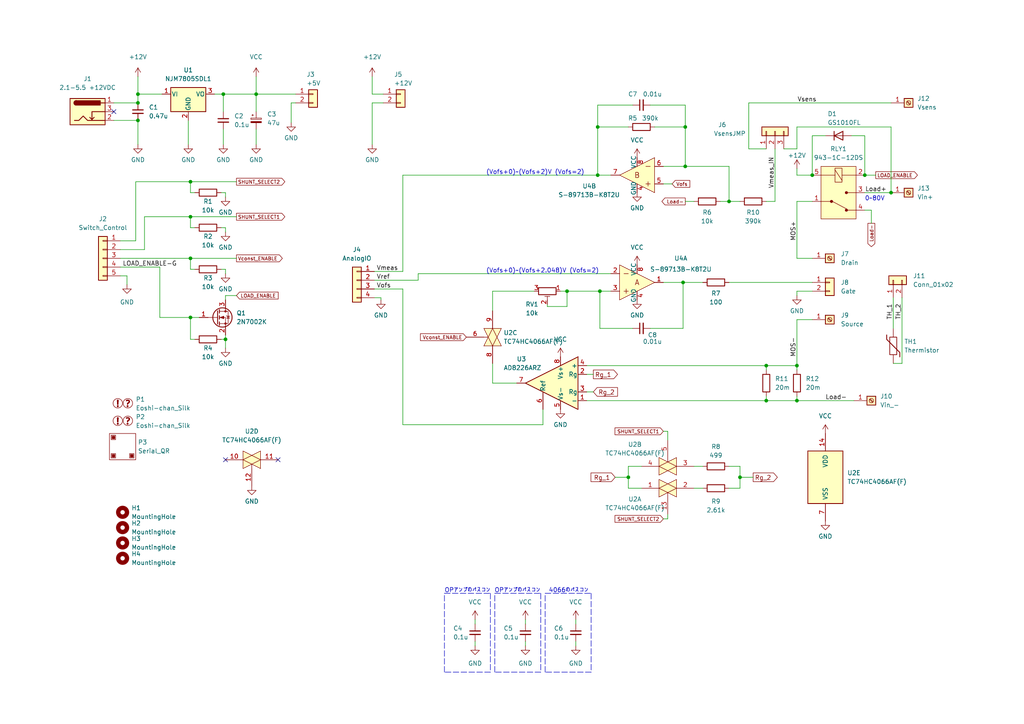
<source format=kicad_sch>
(kicad_sch (version 20250114) (generator "eeschema") (generator_version "9.0")
  (paper "A4")
  (lib_symbols
    (symbol "4xxx:4066" (pin_names (offset 1.016))
      (property "Reference" "U" (at -7.62 8.89 0))
      (property "Value" "4066" (at -7.62 -8.89 0))
      (symbol "4066_1_0"
        (pin passive line (at -7.62 0 0) (length 5.08) (name "~") (number "1"))
        (pin input line (at 0 7.62 270) (length 5.08) (name "~") (number "13"))
        (pin passive line (at 7.62 0 180) (length 5.08) (name "~") (number "2"))
      )
      (symbol "4066_2_0"
        (pin passive line (at -7.62 0 0) (length 5.08) (name "~") (number "4"))
        (pin input line (at 0 7.62 270) (length 5.08) (name "~") (number "5"))
        (pin passive line (at 7.62 0 180) (length 5.08) (name "~") (number "3"))
      )
      (symbol "4066_3_0"
        (pin passive line (at -7.62 0 0) (length 5.08) (name "~") (number "8"))
        (pin input line (at 0 7.62 270) (length 5.08) (name "~") (number "6"))
        (pin passive line (at 7.62 0 180) (length 5.08) (name "~") (number "9"))
      )
      (symbol "4066_4_0"
        (pin passive line (at -7.62 0 0) (length 5.08) (name "~") (number "11"))
        (pin input line (at 0 7.62 270) (length 5.08) (name "~") (number "12"))
        (pin passive line (at 7.62 0 180) (length 5.08) (name "~") (number "10"))
      )
      (symbol "4066_5_0"
        (pin power_in line (at 0 12.7 270) (length 5.08) (name "VDD") (number "14"))
        (pin power_in line (at 0 -12.7 90) (length 5.08) (name "VSS") (number "7"))
      )
    )
    (symbol "Akizuki_Relay:Relay_1_C" (pin_names (offset 0) (hide yes))
      (property "Reference" "RLY" (at -8.636 6.858 0))
      (property "Value" "Relay_1_C" (at -8.89 5.08 90))
      (symbol "Relay_1_C_1_1"
        (pin passive line (at -5.08 7.62 270) (length 2.54) (name "COIL") (number "2"))
        (pin passive line (at -5.08 -7.62 90) (length 2.54) (name "COIL") (number "5"))
        (pin passive line (at 0 7.62 270) (length 2.54) (name "NO") (number "3"))
        (pin passive line (at 2.54 -7.62 90) (length 2.54) (name "COM") (number "1"))
        (pin passive line (at 5.08 7.62 270) (length 2.54) (name "NC") (number "4"))
      )
    )
    (symbol "Amplifier_Instrumentation:AD8421" (pin_names (offset 0.127))
      (property "Reference" "U3" (at -7.62 7.62 0))
      (property "Value" "AD8226ARZ" (at -11.43 5.08 0))
      (symbol "AD8421_1_1"
        (pin input line (at -10.16 5.08 0) (length 2.54) (name "+") (number "4"))
        (pin passive line (at -10.16 2.54 0) (length 2.54) (name "Rg") (number "2"))
        (pin passive line (at -10.16 -2.54 0) (length 2.54) (name "Rg") (number "3"))
        (pin input line (at -10.16 -5.08 0) (length 2.54) (name "-") (number "1"))
        (pin power_in line (at -2.54 7.62 270) (length 2.54) (name "Vs+") (number "8"))
        (pin power_in line (at -2.54 -7.62 90) (length 2.54) (name "Vs-") (number "5"))
        (pin passive line (at 2.54 -7.62 90) (length 5.08) (name "Ref") (number "6"))
        (pin output line (at 10.16 0 180) (length 2.54) (name "~") (number "7"))
      )
    )
    (symbol "Connector:Barrel_Jack_Switch_Pin3Ring" (pin_names (hide yes))
      (property "Reference" "J2" (at 0 9.525 0))
      (property "Value" "2.1-5.5 DC" (at 0 6.985 0))
      (symbol "Barrel_Jack_Switch_Pin3Ring_1_1"
        (pin passive line (at 7.62 2.54 180) (length 2.54) (name "~") (number "1"))
        (pin passive line (at 7.62 0 180) (length 2.54) (name "~") (number "3"))
        (pin passive line (at 7.62 -2.54 180) (length 2.54) (name "~") (number "2"))
      )
    )
    (symbol "Connector:Screw_Terminal_01x01" (pin_names (offset 1.016) (hide yes))
      (property "Reference" "J" (at 0 2.54 0))
      (property "Value" "Screw_Terminal_01x01" (at 0 -2.54 0))
      (symbol "Screw_Terminal_01x01_1_1"
        (pin passive line (at -5.08 0 0) (length 3.81) (name "Pin_1") (number "1"))
      )
    )
    (symbol "Connector_Generic:Conn_01x02" (pin_names (offset 1.016) (hide yes))
      (property "Reference" "J" (at 0 2.54 0))
      (property "Value" "Conn_01x02" (at 0 -5.08 0))
      (symbol "Conn_01x02_1_1"
        (pin passive line (at -5.08 0 0) (length 3.81) (name "Pin_1") (number "1"))
        (pin passive line (at -5.08 -2.54 0) (length 3.81) (name "Pin_2") (number "2"))
      )
    )
    (symbol "Connector_Generic:Conn_01x03" (pin_names (offset 1.016) (hide yes))
      (property "Reference" "J" (at 0 5.08 0))
      (property "Value" "Conn_01x03" (at 0 -5.08 0))
      (symbol "Conn_01x03_1_1"
        (pin passive line (at -5.08 2.54 0) (length 3.81) (name "Pin_1") (number "1"))
        (pin passive line (at -5.08 0 0) (length 3.81) (name "Pin_2") (number "2"))
        (pin passive line (at -5.08 -2.54 0) (length 3.81) (name "Pin_3") (number "3"))
      )
    )
    (symbol "Connector_Generic:Conn_01x04" (pin_names (offset 1.016) (hide yes))
      (property "Reference" "J" (at 0 5.08 0))
      (property "Value" "Conn_01x04" (at 0 -7.62 0))
      (symbol "Conn_01x04_1_1"
        (pin passive line (at -5.08 2.54 0) (length 3.81) (name "Pin_1") (number "1"))
        (pin passive line (at -5.08 0 0) (length 3.81) (name "Pin_2") (number "2"))
        (pin passive line (at -5.08 -2.54 0) (length 3.81) (name "Pin_3") (number "3"))
        (pin passive line (at -5.08 -5.08 0) (length 3.81) (name "Pin_4") (number "4"))
      )
    )
    (symbol "Connector_Generic:Conn_01x05" (pin_names (offset 1.016) (hide yes))
      (property "Reference" "J" (at 0 7.62 0))
      (property "Value" "Conn_01x05" (at 0 -7.62 0))
      (symbol "Conn_01x05_1_1"
        (pin passive line (at -5.08 5.08 0) (length 3.81) (name "Pin_1") (number "1"))
        (pin passive line (at -5.08 2.54 0) (length 3.81) (name "Pin_2") (number "2"))
        (pin passive line (at -5.08 0 0) (length 3.81) (name "Pin_3") (number "3"))
        (pin passive line (at -5.08 -2.54 0) (length 3.81) (name "Pin_4") (number "4"))
        (pin passive line (at -5.08 -5.08 0) (length 3.81) (name "Pin_5") (number "5"))
      )
    )
    (symbol "Device:C_Polarized_Small" (pin_numbers (hide yes)) (pin_names (offset 0.254) (hide yes))
      (property "Reference" "C" (at 0.254 1.778 0))
      (property "Value" "C_Polarized_Small" (at 0.254 -2.032 0))
      (symbol "C_Polarized_Small_1_1"
        (pin passive line (at 0 2.54 270) (length 1.8542) (name "~") (number "1"))
        (pin passive line (at 0 -2.54 90) (length 1.8542) (name "~") (number "2"))
      )
    )
    (symbol "Device:C_Small" (pin_numbers (hide yes)) (pin_names (offset 0.254) (hide yes))
      (property "Reference" "C" (at 0.254 1.778 0))
      (property "Value" "C_Small" (at 0.254 -2.032 0))
      (symbol "C_Small_1_1"
        (pin passive line (at 0 2.54 270) (length 2.032) (name "~") (number "1"))
        (pin passive line (at 0 -2.54 90) (length 2.032) (name "~") (number "2"))
      )
    )
    (symbol "Device:R" (pin_numbers (hide yes)) (pin_names (offset 0))
      (property "Reference" "R" (at 2.032 0 90))
      (property "Value" "R" (at 0 0 90))
      (symbol "R_1_1"
        (pin passive line (at 0 3.81 270) (length 1.27) (name "~") (number "1"))
        (pin passive line (at 0 -3.81 90) (length 1.27) (name "~") (number "2"))
      )
    )
    (symbol "Device:R_Potentiometer_Trim" (pin_names (offset 1.016) (hide yes))
      (property "Reference" "RV" (at -4.445 0 90))
      (property "Value" "R_Potentiometer_Trim" (at -2.54 0 90))
      (symbol "R_Potentiometer_Trim_1_1"
        (pin passive line (at 0 3.81 270) (length 1.27) (name "1") (number "1"))
        (pin passive line (at 0 -3.81 90) (length 1.27) (name "3") (number "3"))
        (pin passive line (at 3.81 0 180) (length 1.27) (name "2") (number "2"))
      )
    )
    (symbol "Device:Thermistor" (pin_numbers (hide yes)) (pin_names (offset 0))
      (property "Reference" "TH" (at 2.54 1.27 90))
      (property "Value" "Thermistor" (at -2.54 0 90))
      (symbol "Thermistor_1_1"
        (pin passive line (at 0 5.08 270) (length 2.54) (name "~") (number "1"))
        (pin passive line (at 0 -5.08 90) (length 2.54) (name "~") (number "2"))
      )
    )
    (symbol "Diode:1N4007" (pin_numbers (hide yes)) (pin_names (offset 1.016) (hide yes))
      (property "Reference" "D" (at 0 2.54 0))
      (property "Value" "1N4007" (at 0 -2.54 0))
      (symbol "1N4007_1_1"
        (pin passive line (at -3.81 0 0) (length 2.54) (name "K") (number "1"))
        (pin passive line (at 3.81 0 180) (length 2.54) (name "A") (number "2"))
      )
    )
    (symbol "Eoshi-chan:Eoshi-chan_Silk"
      (property "Reference" "P" (at -6.604 4.445 0))
      (property "Value" "Eoshi-chan_Silk" (at 0.508 2.413 0))
      (symbol "Eoshi-chan_Silk_0_0"
        (text "!" (at -1.397 -0.254 0) (effects (font (size 1.778 1.778) (bold yes))))
        (text "?" (at 1.524 -0.254 0) (effects (font (size 1.778 1.778) (bold yes))))
      )
    )
    (symbol "JLCPCB_Serial:Serial_QR"
      (property "Reference" "P" (at 0 4.826 0))
      (property "Value" "Serial_QR" (at 0.127 -5.08 0))
    )
    (symbol "Mechanical:MountingHole" (pin_names (offset 1.016))
      (property "Reference" "H" (at 0 5.08 0))
      (property "Value" "MountingHole" (at 0 3.175 0))
    )
    (symbol "Regulator_Linear:NCP1117-12_TO252" (pin_names (offset 0.254))
      (property "Reference" "U1" (at 0 7.62 0))
      (property "Value" "NJM7808SDL1" (at 0 5.08 0))
      (symbol "NCP1117-12_TO252_1_1"
        (pin power_in line (at -7.62 0 0) (length 2.54) (name "VI") (number "1"))
        (pin power_in line (at 0 -7.62 90) (length 2.54) (name "GND") (number "2"))
        (pin power_out line (at 7.62 0 180) (length 2.54) (name "VO") (number "3"))
      )
    )
    (symbol "Transistor_FET:2N7002K" (pin_names (hide yes))
      (property "Reference" "Q" (at 5.08 1.905 0))
      (property "Value" "2N7002K" (at 5.08 0 0))
      (symbol "2N7002K_1_1"
        (pin input line (at -5.08 0 0) (length 2.54) (name "G") (number "1"))
        (pin passive line (at 2.54 5.08 270) (length 2.54) (name "D") (number "3"))
        (pin passive line (at 2.54 -5.08 90) (length 2.54) (name "S") (number "2"))
      )
    )
    (symbol "dk_Linear-Amplifiers-Instrumentation-OP-Amps-Buffer-Amps:LM358N_Obsolete" (pin_names (offset 0))
      (property "Reference" "U" (at -7.62 7.62 0))
      (property "Value" "LM358N_Obsolete" (at 2.54 -5.08 0))
      (symbol "LM358N_Obsolete_1_0"
        (text "A" (at 0 0 0) (effects (font (size 1.524 1.524))))
      )
      (symbol "LM358N_Obsolete_1_1"
        (pin input line (at -7.62 2.54 0) (length 2.54) (name "~") (number "2"))
        (pin input line (at -7.62 -2.54 0) (length 2.54) (name "~") (number "3"))
        (pin power_in line (at 0 5.08 270) (length 2.54) (name "VCC") (number "8"))
        (pin power_in line (at 0 -5.08 90) (length 2.54) (name "GND") (number "4"))
        (pin output line (at 7.62 0 180) (length 2.54) (name "~") (number "1"))
      )
      (symbol "LM358N_Obsolete_2_0"
        (text "B" (at 0 0 0) (effects (font (size 1.524 1.524))))
      )
      (symbol "LM358N_Obsolete_2_1"
        (pin input line (at -7.62 2.54 0) (length 2.54) (name "~") (number "6"))
        (pin input line (at -7.62 -2.54 0) (length 2.54) (name "~") (number "5"))
        (pin power_in line (at 0 5.08 270) (length 2.54) (name "VCC") (number "8"))
        (pin power_in line (at 0 -5.08 90) (length 2.54) (name "GND") (number "4"))
        (pin output line (at 7.62 0 180) (length 2.54) (name "~") (number "7"))
      )
    )
    (symbol "power:+12V" (power) (pin_names (offset 0))
      (property "Value" "+12V" (at 0 3.556 0))
      (symbol "+12V_1_1"
        (pin power_in line (at 0 0 90) (length 0) (hide yes) (name "+12V") (number "1"))
      )
    )
    (symbol "power:GND" (power) (pin_names (offset 0))
      (property "Value" "GND" (at 0 -3.81 0))
      (symbol "GND_1_1"
        (pin power_in line (at 0 0 270) (length 0) (hide yes) (name "GND") (number "1"))
      )
    )
    (symbol "power:VCC" (power) (pin_names (offset 0))
      (property "Value" "VCC" (at 0 3.81 0))
      (symbol "VCC_1_1"
        (pin power_in line (at 0 0 90) (length 0) (hide yes) (name "VCC") (number "1"))
      )
    )
  )
  (text "OPアンプのパスコン" (at 156.845 172.085 0) (effects (font (size 1.27 1.27)) (justify right bottom)))
  (text "0~80V" (at 250.825 58.42 0) (effects (font (size 1.27 1.27)) (justify left bottom)))
  (text "4066のパスコン" (at 170.815 172.085 0) (effects (font (size 1.27 1.27)) (justify right bottom)))
  (text "OPアンプのパスコン" (at 128.905 172.085 0) (effects (font (size 1.27 1.27)) (justify left bottom)))
  (text "(Vofs+0)~(Vofs+2)V (Vofs=2)" (at 140.97 50.8 0) (effects (font (size 1.27 1.27)) (justify left bottom)))
  (text "(Vofs+0)~(Vofs+2.048)V (Vofs=2)" (at 140.97 79.375 0) (effects (font (size 1.27 1.27)) (justify left bottom)))
  (junction (at 198.755 36.83))
  (junction (at 40.005 29.845))
  (junction (at 198.755 48.26))
  (junction (at 164.465 84.455))
  (junction (at 231.14 106.045))
  (junction (at 55.245 92.075))
  (junction (at 182.245 138.43))
  (junction (at 235.585 50.8))
  (junction (at 55.245 52.705))
  (junction (at 231.14 116.205))
  (junction (at 173.99 84.455))
  (junction (at 65.405 98.425))
  (junction (at 211.455 58.42))
  (junction (at 250.825 50.8))
  (junction (at 222.25 106.045))
  (junction (at 214.63 138.43))
  (junction (at 258.445 55.88))
  (junction (at 198.12 81.915))
  (junction (at 40.005 27.305))
  (junction (at 222.25 116.205))
  (junction (at 173.355 36.83))
  (junction (at 64.77 27.305))
  (junction (at 55.245 74.93))
  (junction (at 40.005 34.925))
  (junction (at 173.355 50.8))
  (junction (at 55.245 62.865))
  (junction (at 74.295 27.305))
  (no_connect (at 33.02 32.385))
  (no_connect (at 80.645 133.35))
  (no_connect (at 65.405 133.35))
  (wire (pts (xy 64.135 55.88) (xy 65.405 55.88)))
  (polyline (pts (xy 171.45 194.945) (xy 158.115 194.945)) (stroke (width 0) (type dash)))
  (wire (pts (xy 65.405 97.155) (xy 65.405 98.425)))
  (wire (pts (xy 173.99 84.455) (xy 173.99 95.25)))
  (wire (pts (xy 65.405 66.04) (xy 65.405 67.31)))
  (wire (pts (xy 40.005 34.925) (xy 40.005 41.91)))
  (wire (pts (xy 74.295 22.225) (xy 74.295 27.305)))
  (wire (pts (xy 116.84 83.82) (xy 116.84 123.19)))
  (wire (pts (xy 55.245 62.865) (xy 55.245 66.04)))
  (wire (pts (xy 170.18 108.585) (xy 172.085 108.585)))
  (wire (pts (xy 222.25 106.045) (xy 222.25 107.315)))
  (wire (pts (xy 142.875 84.455) (xy 142.875 90.17)))
  (wire (pts (xy 137.795 179.705) (xy 137.795 180.975)))
  (wire (pts (xy 192.405 125.095) (xy 193.675 125.095)))
  (wire (pts (xy 183.515 30.48) (xy 173.355 30.48)))
  (polyline (pts (xy 128.905 172.085) (xy 142.24 172.085)) (stroke (width 0) (type dash)))
  (wire (pts (xy 211.455 58.42) (xy 214.63 58.42)))
  (wire (pts (xy 231.14 43.18) (xy 231.14 36.83)))
  (wire (pts (xy 231.14 114.935) (xy 231.14 116.205)))
  (wire (pts (xy 64.135 98.425) (xy 65.405 98.425)))
  (wire (pts (xy 173.355 30.48) (xy 173.355 36.83)))
  (polyline (pts (xy 142.24 194.945) (xy 128.905 194.945)) (stroke (width 0) (type dash)))
  (wire (pts (xy 173.99 84.455) (xy 177.165 84.455)))
  (wire (pts (xy 214.63 138.43) (xy 218.44 138.43)))
  (wire (pts (xy 164.465 84.455) (xy 173.99 84.455)))
  (wire (pts (xy 62.23 27.305) (xy 64.77 27.305)))
  (wire (pts (xy 182.245 135.255) (xy 182.245 138.43)))
  (wire (pts (xy 55.245 92.075) (xy 57.785 92.075)))
  (wire (pts (xy 142.875 105.41) (xy 142.875 111.125)))
  (wire (pts (xy 192.405 81.915) (xy 198.12 81.915)))
  (wire (pts (xy 46.355 77.47) (xy 46.355 92.075)))
  (wire (pts (xy 167.005 186.055) (xy 167.005 187.325)))
  (wire (pts (xy 173.355 36.83) (xy 173.355 50.8)))
  (wire (pts (xy 170.18 116.205) (xy 222.25 116.205)))
  (wire (pts (xy 235.585 92.71) (xy 231.14 92.71)))
  (wire (pts (xy 173.355 50.8) (xy 177.165 50.8)))
  (wire (pts (xy 36.83 80.01) (xy 34.925 80.01)))
  (wire (pts (xy 231.14 36.83) (xy 258.445 36.83)))
  (wire (pts (xy 56.515 78.105) (xy 55.245 78.105)))
  (wire (pts (xy 186.055 135.255) (xy 182.245 135.255)))
  (wire (pts (xy 107.95 29.845) (xy 107.95 41.91)))
  (polyline (pts (xy 142.24 172.085) (xy 142.24 194.945)) (stroke (width 0) (type dash)))
  (wire (pts (xy 116.84 50.8) (xy 116.84 78.74)))
  (wire (pts (xy 55.245 92.075) (xy 55.245 98.425)))
  (wire (pts (xy 65.405 78.105) (xy 65.405 79.375)))
  (wire (pts (xy 55.245 52.705) (xy 55.245 55.88)))
  (polyline (pts (xy 158.115 194.945) (xy 158.115 172.085)) (stroke (width 0) (type dash)))
  (wire (pts (xy 250.825 50.8) (xy 250.825 39.37)))
  (wire (pts (xy 33.02 29.845) (xy 40.005 29.845)))
  (wire (pts (xy 208.915 58.42) (xy 211.455 58.42)))
  (wire (pts (xy 40.005 27.305) (xy 46.99 27.305)))
  (wire (pts (xy 224.79 58.42) (xy 222.25 58.42)))
  (wire (pts (xy 65.405 55.88) (xy 65.405 57.15)))
  (wire (pts (xy 121.285 81.28) (xy 121.285 79.375)))
  (wire (pts (xy 110.49 86.995) (xy 110.49 86.36)))
  (wire (pts (xy 34.925 74.93) (xy 55.245 74.93)))
  (wire (pts (xy 56.515 66.04) (xy 55.245 66.04)))
  (wire (pts (xy 65.405 85.725) (xy 65.405 86.995)))
  (wire (pts (xy 55.245 62.865) (xy 68.58 62.865)))
  (wire (pts (xy 201.295 141.605) (xy 203.835 141.605)))
  (wire (pts (xy 182.245 138.43) (xy 182.245 141.605)))
  (wire (pts (xy 211.455 48.26) (xy 211.455 58.42)))
  (wire (pts (xy 40.005 27.305) (xy 40.005 29.845)))
  (wire (pts (xy 65.405 98.425) (xy 65.405 100.965)))
  (wire (pts (xy 201.295 135.255) (xy 203.835 135.255)))
  (wire (pts (xy 56.515 98.425) (xy 55.245 98.425)))
  (wire (pts (xy 231.14 106.045) (xy 231.14 107.315)))
  (wire (pts (xy 189.865 36.83) (xy 198.755 36.83)))
  (wire (pts (xy 231.14 92.71) (xy 231.14 106.045)))
  (wire (pts (xy 74.295 27.305) (xy 74.295 32.385)))
  (wire (pts (xy 55.245 52.705) (xy 68.58 52.705)))
  (wire (pts (xy 235.585 39.37) (xy 235.585 50.8)))
  (wire (pts (xy 198.755 58.42) (xy 201.295 58.42)))
  (wire (pts (xy 68.58 85.725) (xy 65.405 85.725)))
  (wire (pts (xy 178.435 138.43) (xy 182.245 138.43)))
  (wire (pts (xy 85.725 29.845) (xy 84.455 29.845)))
  (wire (pts (xy 56.515 55.88) (xy 55.245 55.88)))
  (wire (pts (xy 137.795 186.055) (xy 137.795 187.325)))
  (wire (pts (xy 111.125 29.845) (xy 107.95 29.845)))
  (wire (pts (xy 74.295 27.305) (xy 85.725 27.305)))
  (wire (pts (xy 231.14 50.8) (xy 235.585 50.8)))
  (polyline (pts (xy 128.905 194.945) (xy 128.905 172.085)) (stroke (width 0) (type dash)))
  (wire (pts (xy 250.825 60.96) (xy 252.73 60.96)))
  (wire (pts (xy 108.585 81.28) (xy 121.285 81.28)))
  (wire (pts (xy 198.755 30.48) (xy 188.595 30.48)))
  (wire (pts (xy 198.755 48.26) (xy 211.455 48.26)))
  (wire (pts (xy 40.005 22.225) (xy 40.005 27.305)))
  (wire (pts (xy 235.585 84.455) (xy 231.14 84.455)))
  (wire (pts (xy 84.455 29.845) (xy 84.455 35.56)))
  (wire (pts (xy 259.08 105.41) (xy 261.62 105.41)))
  (wire (pts (xy 188.595 95.25) (xy 198.12 95.25)))
  (wire (pts (xy 224.79 43.18) (xy 224.79 58.42)))
  (wire (pts (xy 33.02 34.925) (xy 40.005 34.925)))
  (polyline (pts (xy 156.845 172.085) (xy 156.845 194.945)) (stroke (width 0) (type dash)))
  (wire (pts (xy 222.25 106.045) (xy 231.14 106.045)))
  (wire (pts (xy 192.405 48.26) (xy 198.755 48.26)))
  (wire (pts (xy 110.49 86.36) (xy 108.585 86.36)))
  (wire (pts (xy 231.14 48.895) (xy 231.14 50.8)))
  (wire (pts (xy 231.14 58.42) (xy 231.14 74.93)))
  (wire (pts (xy 108.585 83.82) (xy 116.84 83.82)))
  (wire (pts (xy 116.84 50.8) (xy 173.355 50.8)))
  (wire (pts (xy 192.405 53.34) (xy 194.945 53.34)))
  (wire (pts (xy 231.14 116.205) (xy 247.65 116.205)))
  (wire (pts (xy 258.445 36.83) (xy 258.445 55.88)))
  (wire (pts (xy 198.755 36.83) (xy 198.755 48.26)))
  (polyline (pts (xy 143.51 172.085) (xy 156.845 172.085)) (stroke (width 0) (type dash)))
  (wire (pts (xy 152.4 179.705) (xy 152.4 180.975)))
  (wire (pts (xy 173.99 95.25) (xy 183.515 95.25)))
  (wire (pts (xy 41.91 72.39) (xy 34.925 72.39)))
  (wire (pts (xy 214.63 138.43) (xy 214.63 141.605)))
  (wire (pts (xy 46.355 77.47) (xy 34.925 77.47)))
  (wire (pts (xy 64.77 27.305) (xy 64.77 32.385)))
  (wire (pts (xy 158.75 88.265) (xy 158.75 88.9)))
  (wire (pts (xy 164.465 88.9) (xy 164.465 84.455)))
  (wire (pts (xy 39.37 69.85) (xy 39.37 52.705)))
  (wire (pts (xy 258.445 29.845) (xy 217.17 29.845)))
  (wire (pts (xy 211.455 135.255) (xy 214.63 135.255)))
  (polyline (pts (xy 143.51 194.945) (xy 143.51 172.085)) (stroke (width 0) (type dash)))
  (wire (pts (xy 64.135 78.105) (xy 65.405 78.105)))
  (wire (pts (xy 258.445 55.88) (xy 250.825 55.88)))
  (wire (pts (xy 170.18 106.045) (xy 222.25 106.045)))
  (wire (pts (xy 107.95 27.305) (xy 107.95 22.225)))
  (wire (pts (xy 34.925 69.85) (xy 39.37 69.85)))
  (wire (pts (xy 235.585 58.42) (xy 231.14 58.42)))
  (wire (pts (xy 261.62 86.36) (xy 261.62 105.41)))
  (wire (pts (xy 247.015 39.37) (xy 250.825 39.37)))
  (polyline (pts (xy 156.845 194.945) (xy 143.51 194.945)) (stroke (width 0) (type dash)))
  (wire (pts (xy 222.25 114.935) (xy 222.25 116.205)))
  (wire (pts (xy 252.73 60.96) (xy 252.73 64.77)))
  (wire (pts (xy 198.755 30.48) (xy 198.755 36.83)))
  (wire (pts (xy 222.25 116.205) (xy 231.14 116.205)))
  (wire (pts (xy 217.17 29.845) (xy 217.17 43.18)))
  (wire (pts (xy 193.675 125.095) (xy 193.675 127.635)))
  (wire (pts (xy 250.825 50.8) (xy 254 50.8)))
  (wire (pts (xy 46.355 92.075) (xy 55.245 92.075)))
  (wire (pts (xy 198.12 81.915) (xy 203.835 81.915)))
  (wire (pts (xy 64.135 66.04) (xy 65.405 66.04)))
  (wire (pts (xy 217.17 43.18) (xy 222.25 43.18)))
  (wire (pts (xy 116.84 78.74) (xy 108.585 78.74)))
  (wire (pts (xy 41.91 62.865) (xy 55.245 62.865)))
  (wire (pts (xy 41.91 62.865) (xy 41.91 72.39)))
  (wire (pts (xy 173.355 36.83) (xy 182.245 36.83)))
  (wire (pts (xy 121.285 79.375) (xy 177.165 79.375)))
  (wire (pts (xy 211.455 141.605) (xy 214.63 141.605)))
  (wire (pts (xy 64.77 37.465) (xy 64.77 41.91)))
  (wire (pts (xy 111.125 27.305) (xy 107.95 27.305)))
  (wire (pts (xy 64.77 27.305) (xy 74.295 27.305)))
  (polyline (pts (xy 158.115 172.085) (xy 171.45 172.085)) (stroke (width 0) (type dash)))
  (wire (pts (xy 198.12 81.915) (xy 198.12 95.25)))
  (wire (pts (xy 158.75 88.9) (xy 164.465 88.9)))
  (wire (pts (xy 116.84 123.19) (xy 157.48 123.19)))
  (wire (pts (xy 142.875 111.125) (xy 149.86 111.125)))
  (wire (pts (xy 162.56 84.455) (xy 164.465 84.455)))
  (polyline (pts (xy 171.45 172.085) (xy 171.45 194.945)) (stroke (width 0) (type dash)))
  (wire (pts (xy 182.245 141.605) (xy 186.055 141.605)))
  (wire (pts (xy 54.61 34.925) (xy 54.61 41.91)))
  (wire (pts (xy 157.48 123.19) (xy 157.48 118.745)))
  (wire (pts (xy 231.14 74.93) (xy 235.585 74.93)))
  (wire (pts (xy 239.395 39.37) (xy 235.585 39.37)))
  (wire (pts (xy 142.875 84.455) (xy 154.94 84.455)))
  (wire (pts (xy 211.455 81.915) (xy 235.585 81.915)))
  (wire (pts (xy 259.08 95.25) (xy 259.08 86.36)))
  (wire (pts (xy 170.18 113.665) (xy 172.085 113.665)))
  (wire (pts (xy 74.295 37.465) (xy 74.295 41.91)))
  (wire (pts (xy 214.63 135.255) (xy 214.63 138.43)))
  (wire (pts (xy 193.675 150.495) (xy 193.675 149.225)))
  (wire (pts (xy 36.83 82.55) (xy 36.83 80.01)))
  (wire (pts (xy 167.005 179.705) (xy 167.005 180.975)))
  (wire (pts (xy 152.4 186.055) (xy 152.4 187.325)))
  (wire (pts (xy 55.245 74.93) (xy 55.245 78.105)))
  (wire (pts (xy 231.14 84.455) (xy 231.14 85.725)))
  (wire (pts (xy 192.405 150.495) (xy 193.675 150.495)))
  (wire (pts (xy 39.37 52.705) (xy 55.245 52.705)))
  (wire (pts (xy 227.33 43.18) (xy 231.14 43.18)))
  (wire (pts (xy 55.245 74.93) (xy 68.58 74.93)))
  (label "Vref" (at 109.22 81.28 0))
  (label "MOS+" (at 231.14 69.85 90))
  (label "Vmeas" (at 109.22 78.74 0))
  (label "Vmeas_IN" (at 224.79 54.61 90))
  (label "Vsens" (at 236.855 29.845 180))
  (label "TH_2" (at 261.62 92.71 90))
  (label "Vofs" (at 109.22 83.82 0))
  (label "LOAD_ENABLE-G" (at 35.56 77.47 0))
  (label "TH_1" (at 259.08 92.71 90))
  (label "Load-" (at 239.395 116.205 0))
  (label "MOS-" (at 231.14 103.505 90))
  (label "Load+" (at 257.175 55.88 180))
  (global_label "SHUNT_SELECT2" (shape input) (at 192.405 150.495 180) (effects (font (size 1.016 1.016))) (property "Intersheetrefs" "${INTERSHEET_REFS}" (effects (hide yes))))
  (global_label "Load-" (shape output) (at 198.755 58.42 180) (effects (font (size 1.016 1.016))) (property "Intersheetrefs" "${INTERSHEET_REFS}" (effects (hide yes))))
  (global_label "Rg_1" (shape output) (at 172.085 108.585 0) (property "Intersheetrefs" "${INTERSHEET_REFS}" (effects (hide yes))))
  (global_label "SHUNT_SELECT1" (shape output) (at 68.58 62.865 0) (effects (font (size 1.016 1.016))) (property "Intersheetrefs" "${INTERSHEET_REFS}" (effects (hide yes))))
  (global_label "SHUNT_SELECT1" (shape input) (at 192.405 125.095 180) (effects (font (size 1.016 1.016))) (property "Intersheetrefs" "${INTERSHEET_REFS}" (effects (hide yes))))
  (global_label "Rg_1" (shape input) (at 178.435 138.43 180) (property "Intersheetrefs" "${INTERSHEET_REFS}" (effects (hide yes))))
  (global_label "Vconst_ENABLE" (shape output) (at 68.58 74.93 0) (effects (font (size 1.016 1.016))) (property "Intersheetrefs" "${INTERSHEET_REFS}" (effects (hide yes))))
  (global_label "LOAD_ENABLE" (shape output) (at 254 50.8 0) (effects (font (size 1.016 1.016))) (property "Intersheetrefs" "${INTERSHEET_REFS}" (effects (hide yes))))
  (global_label "LOAD_ENABLE" (shape input) (at 68.58 85.725 0) (effects (font (size 1.016 1.016))) (property "Intersheetrefs" "${INTERSHEET_REFS}" (effects (hide yes))))
  (global_label "SHUNT_SELECT2" (shape output) (at 68.58 52.705 0) (effects (font (size 1.016 1.016))) (property "Intersheetrefs" "${INTERSHEET_REFS}" (effects (hide yes))))
  (global_label "Rg_2" (shape input) (at 172.085 113.665 0) (property "Intersheetrefs" "${INTERSHEET_REFS}" (effects (hide yes))))
  (global_label "Rg_2" (shape output) (at 218.44 138.43 0) (property "Intersheetrefs" "${INTERSHEET_REFS}" (effects (hide yes))))
  (global_label "Vconst_ENABLE" (shape input) (at 135.255 97.79 180) (effects (font (size 1.016 1.016))) (property "Intersheetrefs" "${INTERSHEET_REFS}" (effects (hide yes))))
  (global_label "Vofs" (shape input) (at 194.945 53.34 0) (effects (font (size 1.016 1.016))) (property "Intersheetrefs" "${INTERSHEET_REFS}" (effects (hide yes))))
  (global_label "Load-" (shape output) (at 252.73 64.77 270) (effects (font (size 1.016 1.016))) (property "Intersheetrefs" "${INTERSHEET_REFS}" (effects (hide yes))))
  (symbol (lib_id "Regulator_Linear:NCP1117-12_TO252") (at 54.61 27.305 0) (unit 1)
    (property "Reference" "U1" (at 54.61 20.32 0))
    (property "Value" "NJM7805SDL1" (at 54.61 22.86 0))
    (property "Footprint" "Package_TO_SOT_SMD:TO-252-2" (effects (hide yes)))
    (property "Datasheet" "https://akizukidenshi.com/goodsaffix/NJM7800S_J.pdf" (effects (hide yes)))
    (property "Akizuki_code" "111237" (effects (hide yes)))
  )
  (symbol (lib_id "Device:C_Small") (at 167.005 183.515 0) (mirror y) (unit 1)
    (property "Reference" "C6" (at 160.655 182.245 0) (effects (justify right)))
    (property "Value" "0.1u" (at 160.655 184.785 0) (effects (justify right)))
    (property "Footprint" "Capacitor_SMD:C_0603_1608Metric" (effects (hide yes)))
    (property "Akizuki_code" "116143" (effects (hide yes)))
  )
  (symbol (lib_id "Connector:Screw_Terminal_01x01") (at 252.73 116.205 0) (unit 1)
    (property "Reference" "J10" (at 255.27 114.9349 0) (effects (justify left)))
    (property "Value" "Vin_-" (at 255.27 117.4749 0) (effects (justify left)))
    (property "Footprint" "AM_Conn_ScrewTerminal:ScrewTerminal_01x01_PCB-20" (effects (hide yes)))
    (property "Datasheet" "https://akizukidenshi.com/goodsaffix/PCB-20(362)F.pdf" (effects (hide yes)))
    (property "Akizuki_code" "112148" (effects (hide yes)))
  )
  (symbol (lib_id "Device:C_Small") (at 137.795 183.515 0) (unit 1)
    (property "Reference" "C4" (at 131.445 182.245 0) (effects (justify left)))
    (property "Value" "0.1u" (at 131.445 184.785 0) (effects (justify left)))
    (property "Footprint" "Capacitor_SMD:C_0603_1608Metric" (effects (hide yes)))
    (property "Akizuki_code" "116143" (effects (hide yes)))
  )
  (symbol (lib_id "Device:R") (at 60.325 66.04 90) (unit 1)
    (property "Reference" "R2" (at 60.325 68.58 90))
    (property "Value" "10k" (at 60.325 71.12 90))
    (property "Footprint" "Resistor_SMD:R_0603_1608Metric" (effects (hide yes)))
  )
  (symbol (lib_id "Akizuki_Relay:Relay_1_C") (at 243.205 55.88 270) (unit 1)
    (property "Reference" "RLY1" (at 243.205 43.18 90))
    (property "Value" "943-1C-12DS" (at 243.205 45.72 90))
    (property "Footprint" "AM_Relay:HSINDA-943_12A-1C_5p" (effects (hide yes)))
    (property "Datasheet" "https://akizukidenshi.com/goodsaffix/943.pdf" (effects (hide yes)))
    (property "Description" "RELAY GEN PURPOSE SPDT 10A 5V" (effects (hide yes)))
    (property "Digi-Key_PN" "Z1011-ND" (effects (hide yes)))
    (property "MPN" "G5LE-14 DC5" (effects (hide yes)))
    (property "Category" "Relays" (effects (hide yes)))
    (property "Family" "Power Relays, Over 2 Amps" (effects (hide yes)))
    (property "DK_Datasheet_Link" "https://omronfs.omron.com/en_US/ecb/products/pdf/en-g5le.pdf" (effects (hide yes)))
    (property "DK_Detail_Page" "/product-detail/en/omron-electronics-inc-emc-div/G5LE-14-DC5/Z1011-ND/280371" (effects (hide yes)))
    (property "Manufacturer" "Omron Electronics Inc-EMC Div" (effects (hide yes)))
    (property "Status" "Active" (effects (hide yes)))
    (property "Akizuki_code" "117418" (effects (hide yes)))
  )
  (symbol (lib_id "power:VCC") (at 162.56 103.505 0) (mirror y) (unit 1)
    (property "Reference" "#PWR021" (effects (hide yes)))
    (property "Value" "VCC" (at 162.56 98.425 0))
  )
  (symbol (lib_id "power:VCC") (at 74.295 22.225 0) (unit 1)
    (property "Reference" "#PWR011" (effects (hide yes)))
    (property "Value" "VCC" (at 74.295 16.51 0))
  )
  (symbol (lib_id "Device:R") (at 60.325 55.88 90) (unit 1)
    (property "Reference" "R1" (at 60.325 58.42 90))
    (property "Value" "10k" (at 60.325 60.96 90))
    (property "Footprint" "Resistor_SMD:R_0603_1608Metric" (effects (hide yes)))
  )
  (symbol (lib_id "power:GND") (at 54.61 41.91 0) (unit 1)
    (property "Reference" "#PWR04" (effects (hide yes)))
    (property "Value" "GND" (at 54.61 46.355 0))
  )
  (symbol (lib_id "Device:C_Small") (at 40.005 32.385 0) (unit 1)
    (property "Reference" "C1" (at 43.18 31.1212 0) (effects (justify left)))
    (property "Value" "0.47u" (at 43.18 33.6612 0) (effects (justify left)))
    (property "Footprint" "Capacitor_SMD:C_0603_1608Metric" (effects (hide yes)))
    (property "Akizuki_code" "114554" (effects (hide yes)))
  )
  (symbol (lib_id "Mechanical:MountingHole") (at 35.56 148.59 0) (unit 1) (exclude_from_sim yes) (in_bom no)
    (property "Reference" "H1" (at 38.1 147.3199 0) (effects (justify left)))
    (property "Value" "MountingHole" (at 38.1 149.8599 0) (effects (justify left)))
    (property "Footprint" "MountingHole:MountingHole_3.2mm_M3" (effects (hide yes)))
  )
  (symbol (lib_id "Device:C_Small") (at 152.4 183.515 0) (mirror y) (unit 1)
    (property "Reference" "C5" (at 146.05 182.245 0) (effects (justify right)))
    (property "Value" "0.1u" (at 146.05 184.785 0) (effects (justify right)))
    (property "Footprint" "Capacitor_SMD:C_0603_1608Metric" (effects (hide yes)))
    (property "Akizuki_code" "116143" (effects (hide yes)))
  )
  (symbol (lib_id "Device:R") (at 205.105 58.42 90) (unit 1)
    (property "Reference" "R6" (at 205.105 61.595 90))
    (property "Value" "10k" (at 205.105 64.135 90))
    (property "Footprint" "Resistor_SMD:R_0603_1608Metric" (effects (hide yes)))
  )
  (symbol (lib_id "Device:Thermistor") (at 259.08 100.33 0) (unit 1)
    (property "Reference" "TH1" (at 262.255 99.0599 0) (effects (justify left)))
    (property "Value" "Thermistor" (at 262.255 101.5999 0) (effects (justify left)))
    (property "Footprint" "Capacitor_THT:C_Disc_D3.0mm_W1.6mm_P2.50mm" (effects (hide yes)))
    (property "Datasheet" "https://akizukidenshi.com/goodsaffix/NXFT15-series.pdf" (effects (hide yes)))
    (property "Akizuki_code" "105251" (effects (hide yes)))
  )
  (symbol (lib_id "power:GND") (at 73.025 140.97 0) (unit 1)
    (property "Reference" "#PWR010" (effects (hide yes)))
    (property "Value" "GND" (at 73.025 145.415 0))
  )
  (symbol (lib_id "Connector:Screw_Terminal_01x01") (at 240.665 74.93 0) (unit 1)
    (property "Reference" "J7" (at 243.84 73.6599 0) (effects (justify left)))
    (property "Value" "Drain" (at 243.84 76.1999 0) (effects (justify left)))
    (property "Footprint" "AM_Conn_ScrewTerminal:ScrewTerminal_01x01_PCB-20" (effects (hide yes)))
    (property "Datasheet" "https://akizukidenshi.com/goodsaffix/PCB-20(362)F.pdf" (effects (hide yes)))
    (property "Akizuki_code" "112148" (effects (hide yes)))
  )
  (symbol (lib_id "Connector_Generic:Conn_01x02") (at 240.665 81.915 0) (unit 1)
    (property "Reference" "J8" (at 243.84 81.9149 0) (effects (justify left)))
    (property "Value" "Gate" (at 243.84 84.4549 0) (effects (justify left)))
    (property "Footprint" "Connector_JST:JST_XH_B2B-XH-A_1x02_P2.50mm_Vertical" (effects (hide yes)))
    (property "Datasheet" "https://akizukidenshi.com/goodsaffix/xh.pdf" (effects (hide yes)))
    (property "Akizuki_code" "112247" (effects (hide yes)))
  )
  (symbol (lib_id "Device:R") (at 231.14 111.125 0) (unit 1)
    (property "Reference" "R12" (at 233.68 109.855 0) (effects (justify left)))
    (property "Value" "20m" (at 233.68 112.395 0) (effects (justify left)))
    (property "Footprint" "Resistor_SMD:R_2512_6332Metric" (effects (hide yes)))
    (property "Datasheet" "https://akizukidenshi.com/goodsaffix/sl1tte.pdfhttps://akizukidenshi.com/goodsaffix/sl1tte.pdf" (effects (hide yes)))
    (property "Akizuki_code" "106668" (effects (hide yes)))
  )
  (symbol (lib_id "power:GND") (at 107.95 41.91 0) (unit 1)
    (property "Reference" "#PWR015" (effects (hide yes)))
    (property "Value" "GND" (at 107.95 46.355 0))
  )
  (symbol (lib_id "4xxx:4066") (at 73.025 133.35 180) (unit 4)
    (property "Reference" "U2" (at 73.025 125.095 0))
    (property "Value" "TC74HC4066AF(F)" (at 73.025 127.635 0))
    (property "Footprint" "Package_SO:SO-14_5.3x10.2mm_P1.27mm" (effects (hide yes)))
    (property "Datasheet" "https://www.marutsu.co.jp/contents/shop/marutsu/datasheet/TC74HC4066A.pdf" (effects (hide yes)))
    (property "Marutsu_code" "M0001-8473" (effects (hide yes)))
  )
  (symbol (lib_id "power:GND") (at 65.405 57.15 0) (unit 1)
    (property "Reference" "#PWR06" (effects (hide yes)))
    (property "Value" "GND" (at 65.405 61.595 0))
  )
  (symbol (lib_id "Transistor_FET:2N7002K") (at 62.865 92.075 0) (unit 1)
    (property "Reference" "Q1" (at 68.58 90.8049 0) (effects (justify left)))
    (property "Value" "2N7002K" (at 68.58 93.3449 0) (effects (justify left)))
    (property "Footprint" "Package_TO_SOT_SMD:SOT-23" (effects (hide yes)))
    (property "Datasheet" "https://akizukidenshi.com/goodsaffix/2N7002K.pdf" (effects (hide yes)))
    (property "Akizuki_code" "104256" (effects (hide yes)))
  )
  (symbol (lib_id "power:GND") (at 36.83 82.55 0) (unit 1)
    (property "Reference" "#PWR01" (effects (hide yes)))
    (property "Value" "GND" (at 36.83 87.63 0))
  )
  (symbol (lib_id "Connector_Generic:Conn_01x02") (at 259.08 81.28 90) (unit 1)
    (property "Reference" "J11" (at 264.795 80.0099 90) (effects (justify right)))
    (property "Value" "Conn_01x02" (at 264.795 82.5499 90) (effects (justify right)))
    (property "Footprint" "Connector_JST:JST_XH_B2B-XH-A_1x02_P2.50mm_Vertical" (effects (hide yes)))
    (property "Datasheet" "https://akizukidenshi.com/goodsaffix/xh.pdf" (effects (hide yes)))
    (property "Akizuki_code" "112247" (effects (hide yes)))
  )
  (symbol (lib_id "power:VCC") (at 167.005 179.705 0) (mirror y) (unit 1)
    (property "Reference" "#PWR023" (effects (hide yes)))
    (property "Value" "VCC" (at 167.005 174.625 0))
  )
  (symbol (lib_id "power:VCC") (at 137.795 179.705 0) (unit 1)
    (property "Reference" "#PWR017" (effects (hide yes)))
    (property "Value" "VCC" (at 137.795 174.625 0))
  )
  (symbol (lib_id "power:GND") (at 40.005 41.91 0) (unit 1)
    (property "Reference" "#PWR03" (effects (hide yes)))
    (property "Value" "GND" (at 40.005 46.355 0))
  )
  (symbol (lib_id "Eoshi-chan:Eoshi-chan_Silk") (at 35.56 121.92 0) (unit 1) (exclude_from_sim yes) (in_bom no)
    (property "Reference" "P2" (at 39.37 120.904 0) (effects (justify left)))
    (property "Value" "Eoshi-chan_Silk" (at 39.37 123.4439 0) (effects (justify left)))
    (property "Footprint" "Eoshi-chan_v2:Eoshi-chan-v2_10x10" (effects (hide yes)))
  )
  (symbol (lib_id "Device:R") (at 207.645 135.255 90) (unit 1)
    (property "Reference" "R8" (at 207.645 129.54 90))
    (property "Value" "499" (at 207.645 132.08 90))
    (property "Footprint" "Resistor_SMD:R_0603_1608Metric" (effects (hide yes)))
  )
  (symbol (lib_id "Connector:Barrel_Jack_Switch_Pin3Ring") (at 25.4 32.385 0) (unit 1)
    (property "Reference" "J1" (at 25.4 22.86 0))
    (property "Value" "2.1-5.5 +12VDC" (at 25.4 25.4 0))
    (property "Footprint" "AM_Conn_BarrelJack:MJ-179P(H)" (effects (hide yes)))
    (property "Datasheet" "https://akizukidenshi.com/goodsaffix/mj179ph_mj180ph.pdf" (effects (hide yes)))
    (property "Akizuki_code" "106568" (effects (hide yes)))
  )
  (symbol (lib_id "power:GND") (at 65.405 79.375 0) (unit 1)
    (property "Reference" "#PWR08" (effects (hide yes)))
    (property "Value" "GND" (at 65.405 83.82 0))
  )
  (symbol (lib_id "Device:C_Small") (at 186.055 30.48 90) (unit 1)
    (property "Reference" "C7" (at 183.515 27.305 90))
    (property "Value" "0.01u" (at 189.23 27.305 90))
    (property "Footprint" "Capacitor_SMD:C_0402_1005Metric" (effects (hide yes)))
    (property "Akizuki_code" "116112" (effects (hide yes)))
  )
  (symbol (lib_id "Amplifier_Instrumentation:AD8421") (at 160.02 111.125 0) (mirror y) (unit 1)
    (property "Reference" "U3" (at 149.86 104.14 0) (effects (justify right)))
    (property "Value" "AD8226ARZ" (at 146.05 106.68 0) (effects (justify right)))
    (property "Footprint" "Package_SO:SOIC-8_3.9x4.9mm_P1.27mm" (effects (hide yes)))
    (property "Datasheet" "https://akizukidenshi.com/goodsaffix/AD8226.pdf" (effects (hide yes)))
    (property "Akizuki_code" "117564" (effects (hide yes)))
  )
  (symbol (lib_id "power:VCC") (at 184.785 76.835 0) (unit 1)
    (property "Reference" "#PWR027" (effects (hide yes)))
    (property "Value" "VCC" (at 184.785 71.755 0))
  )
  (symbol (lib_id "Connector_Generic:Conn_01x04") (at 103.505 81.28 0) (mirror y) (unit 1)
    (property "Reference" "J4" (at 103.505 72.39 0))
    (property "Value" "AnalogIO" (at 103.505 74.93 0))
    (property "Footprint" "Connector_JST:JST_XH_B4B-XH-A_1x04_P2.50mm_Vertical" (effects (hide yes)))
    (property "Datasheet" "https://akizukidenshi.com/goodsaffix/xh.pdf" (effects (hide yes)))
    (property "Akizuki_code" "112249" (effects (hide yes)))
  )
  (symbol (lib_id "4xxx:4066") (at 193.675 135.255 0) (unit 2)
    (property "Reference" "U2" (at 184.15 128.905 0))
    (property "Value" "TC74HC4066AF(F)" (at 184.15 131.445 0))
    (property "Footprint" "Package_SO:SO-14_5.3x10.2mm_P1.27mm" (effects (hide yes)))
    (property "Datasheet" "https://www.marutsu.co.jp/contents/shop/marutsu/datasheet/TC74HC4066A.pdf" (effects (hide yes)))
    (property "Marutsu_code" "M0001-8473" (effects (hide yes)))
  )
  (symbol (lib_id "power:+12V") (at 40.005 22.225 0) (unit 1)
    (property "Reference" "#PWR02" (effects (hide yes)))
    (property "Value" "+12V" (at 40.005 16.51 0))
  )
  (symbol (lib_id "power:GND") (at 84.455 35.56 0) (unit 1)
    (property "Reference" "#PWR013" (effects (hide yes)))
    (property "Value" "GND" (at 84.455 40.005 0))
  )
  (symbol (lib_id "power:GND") (at 65.405 100.965 0) (unit 1)
    (property "Reference" "#PWR09" (effects (hide yes)))
    (property "Value" "GND" (at 65.405 105.41 0))
  )
  (symbol (lib_id "Connector:Screw_Terminal_01x01") (at 240.665 92.71 0) (unit 1)
    (property "Reference" "J9" (at 243.84 91.4399 0) (effects (justify left)))
    (property "Value" "Source" (at 243.84 93.9799 0) (effects (justify left)))
    (property "Footprint" "AM_Conn_ScrewTerminal:ScrewTerminal_01x01_PCB-20" (effects (hide yes)))
    (property "Datasheet" "https://akizukidenshi.com/goodsaffix/PCB-20(362)F.pdf" (effects (hide yes)))
    (property "Akizuki_code" "112148" (effects (hide yes)))
  )
  (symbol (lib_id "Mechanical:MountingHole") (at 35.56 161.925 0) (unit 1) (exclude_from_sim yes) (in_bom no)
    (property "Reference" "H4" (at 38.1 160.6549 0) (effects (justify left)))
    (property "Value" "MountingHole" (at 38.1 163.1949 0) (effects (justify left)))
    (property "Footprint" "MountingHole:MountingHole_3.2mm_M3" (effects (hide yes)))
  )
  (symbol (lib_id "power:GND") (at 74.295 41.91 0) (unit 1)
    (property "Reference" "#PWR012" (effects (hide yes)))
    (property "Value" "GND" (at 74.295 46.355 0))
  )
  (symbol (lib_id "Eoshi-chan:Eoshi-chan_Silk") (at 35.56 116.84 0) (unit 1) (exclude_from_sim yes) (in_bom no)
    (property "Reference" "P1" (at 39.37 115.8239 0) (effects (justify left)))
    (property "Value" "Eoshi-chan_Silk" (at 39.37 118.3639 0) (effects (justify left)))
    (property "Footprint" "Eoshi-chan:Eoshi-chan_logo_15x15" (effects (hide yes)))
  )
  (symbol (lib_id "Connector:Screw_Terminal_01x01") (at 263.525 29.845 0) (unit 1)
    (property "Reference" "J12" (at 266.065 28.5749 0) (effects (justify left)))
    (property "Value" "Vsens" (at 266.065 31.1149 0) (effects (justify left)))
    (property "Footprint" "AM_Conn_ScrewTerminal:ScrewTerminal_01x01_PCB-20" (effects (hide yes)))
    (property "Datasheet" "https://akizukidenshi.com/goodsaffix/PCB-20(362)F.pdf" (effects (hide yes)))
    (property "Akizuki_code" "112148" (effects (hide yes)))
  )
  (symbol (lib_id "Device:R") (at 186.055 36.83 90) (unit 1)
    (property "Reference" "R5" (at 183.515 34.29 90))
    (property "Value" "390k" (at 188.595 34.29 90))
    (property "Footprint" "Resistor_SMD:R_0603_1608Metric" (effects (hide yes)))
  )
  (symbol (lib_id "Connector_Generic:Conn_01x02") (at 90.805 27.305 0) (unit 1)
    (property "Reference" "J3" (at 88.9 21.59 0) (effects (justify left)))
    (property "Value" "+5V" (at 88.9 24.13 0) (effects (justify left)))
    (property "Footprint" "Connector_JST:JST_XH_B2B-XH-A_1x02_P2.50mm_Vertical" (effects (hide yes)))
    (property "Datasheet" "https://akizukidenshi.com/goodsaffix/xh.pdf" (effects (hide yes)))
    (property "Akizuki_code" "112247" (effects (hide yes)))
  )
  (symbol (lib_id "power:GND") (at 231.14 85.725 0) (unit 1)
    (property "Reference" "#PWR030" (effects (hide yes)))
    (property "Value" "GND" (at 231.14 90.17 0))
  )
  (symbol (lib_id "4xxx:4066") (at 142.875 97.79 90) (unit 3)
    (property "Reference" "U2" (at 146.05 96.5199 90) (effects (justify right)))
    (property "Value" "TC74HC4066AF(F)" (at 146.05 99.0599 90) (effects (justify right)))
    (property "Footprint" "Package_SO:SO-14_5.3x10.2mm_P1.27mm" (effects (hide yes)))
    (property "Datasheet" "https://www.marutsu.co.jp/contents/shop/marutsu/datasheet/TC74HC4066A.pdf" (effects (hide yes)))
    (property "Marutsu_code" "M0001-8473" (effects (hide yes)))
  )
  (symbol (lib_id "dk_Linear-Amplifiers-Instrumentation-OP-Amps-Buffer-Amps:LM358N_Obsolete") (at 184.785 50.8 0) (mirror y) (unit 2)
    (property "Reference" "U4" (at 168.91 53.975 0) (effects (justify right)))
    (property "Value" "S-89713B-K8T2U" (at 161.925 56.515 0) (effects (justify right)))
    (property "Footprint" "Package_SO:MSOP-8_3x3mm_P0.65mm" (effects (hide yes)))
    (property "Datasheet" "https://akizukidenshi.com/goodsaffix/S89713_J.pdf" (effects (hide yes)))
    (property "Description" "IC OPAMP GP 2 CIRCUIT 8DIP" (effects (hide yes)))
    (property "Digi-Key_PN" "LM358NFS-ND" (effects (hide yes)))
    (property "MPN" "LM358N" (effects (hide yes)))
    (property "Category" "Integrated Circuits (ICs)" (effects (hide yes)))
    (property "Family" "Linear - Amplifiers - Instrumentation, OP Amps, Buffer Amps" (effects (hide yes)))
    (property "DK_Datasheet_Link" "https://www.onsemi.com/pub/Collateral/LM358A-D.pdf" (effects (hide yes)))
    (property "DK_Detail_Page" "/product-detail/en/on-semiconductor/LM358N/LM358NFS-ND/458692" (effects (hide yes)))
    (property "Manufacturer" "ON Semiconductor" (effects (hide yes)))
    (property "Status" "Obsolete NonStock" (effects (hide yes)))
    (property "Akizuki_code" "114063" (effects (hide yes)))
  )
  (symbol (lib_id "Device:R") (at 207.645 141.605 90) (unit 1)
    (property "Reference" "R9" (at 207.645 145.415 90))
    (property "Value" "2.61k" (at 207.645 147.955 90))
    (property "Footprint" "Resistor_SMD:R_0603_1608Metric" (effects (hide yes)))
  )
  (symbol (lib_id "Connector:Screw_Terminal_01x01") (at 263.525 55.88 0) (unit 1)
    (property "Reference" "J13" (at 266.065 54.6099 0) (effects (justify left)))
    (property "Value" "Vin+" (at 266.065 57.1499 0) (effects (justify left)))
    (property "Footprint" "AM_Conn_ScrewTerminal:ScrewTerminal_01x01_PCB-20" (effects (hide yes)))
    (property "Datasheet" "https://akizukidenshi.com/goodsaffix/PCB-20(362)F.pdf" (effects (hide yes)))
    (property "Akizuki_code" "112148" (effects (hide yes)))
  )
  (symbol (lib_id "Mechanical:MountingHole") (at 35.56 153.035 0) (unit 1) (exclude_from_sim yes) (in_bom no)
    (property "Reference" "H2" (at 38.1 151.7649 0) (effects (justify left)))
    (property "Value" "MountingHole" (at 38.1 154.3049 0) (effects (justify left)))
    (property "Footprint" "MountingHole:MountingHole_3.2mm_M3" (effects (hide yes)))
  )
  (symbol (lib_id "Device:R") (at 207.645 81.915 90) (unit 1)
    (property "Reference" "R7" (at 207.645 85.09 90))
    (property "Value" "100" (at 207.645 87.63 90))
    (property "Footprint" "Resistor_SMD:R_0603_1608Metric" (effects (hide yes)))
  )
  (symbol (lib_id "power:GND") (at 167.005 187.325 0) (mirror y) (unit 1)
    (property "Reference" "#PWR024" (effects (hide yes)))
    (property "Value" "GND" (at 167.005 192.405 0))
  )
  (symbol (lib_id "Device:C_Polarized_Small") (at 74.295 34.925 0) (unit 1)
    (property "Reference" "C3" (at 77.47 33.1088 0) (effects (justify left)))
    (property "Value" "47u" (at 77.47 35.6488 0) (effects (justify left)))
    (property "Footprint" "Capacitor_SMD:CP_Elec_8x6.2" (effects (hide yes)))
    (property "Akizuki_code" "114453" (effects (hide yes)))
  )
  (symbol (lib_id "power:VCC") (at 239.395 125.73 0) (mirror y) (unit 1)
    (property "Reference" "#PWR031" (effects (hide yes)))
    (property "Value" "VCC" (at 239.395 120.65 0))
  )
  (symbol (lib_id "power:GND") (at 64.77 41.91 0) (unit 1)
    (property "Reference" "#PWR05" (effects (hide yes)))
    (property "Value" "GND" (at 64.77 46.355 0))
  )
  (symbol (lib_id "Mechanical:MountingHole") (at 35.56 157.48 0) (unit 1) (exclude_from_sim yes) (in_bom no)
    (property "Reference" "H3" (at 38.1 156.2099 0) (effects (justify left)))
    (property "Value" "MountingHole" (at 38.1 158.7499 0) (effects (justify left)))
    (property "Footprint" "MountingHole:MountingHole_3.2mm_M3" (effects (hide yes)))
  )
  (symbol (lib_id "power:GND") (at 162.56 118.745 0) (unit 1)
    (property "Reference" "#PWR022" (effects (hide yes)))
    (property "Value" "GND" (at 162.56 123.19 0))
  )
  (symbol (lib_id "power:VCC") (at 184.785 45.72 0) (unit 1)
    (property "Reference" "#PWR025" (effects (hide yes)))
    (property "Value" "VCC" (at 184.785 40.64 0))
  )
  (symbol (lib_id "power:+12V") (at 231.14 48.895 0) (unit 1)
    (property "Reference" "#PWR029" (effects (hide yes)))
    (property "Value" "+12V" (at 231.14 45.085 0))
  )
  (symbol (lib_id "Device:C_Small") (at 64.77 34.925 0) (unit 1)
    (property "Reference" "C2" (at 67.945 33.6612 0) (effects (justify left)))
    (property "Value" "0.1u" (at 67.945 36.2012 0) (effects (justify left)))
    (property "Footprint" "Capacitor_SMD:C_0603_1608Metric" (effects (hide yes)))
    (property "Akizuki_code" "116143" (effects (hide yes)))
  )
  (symbol (lib_id "Diode:1N4007") (at 243.205 39.37 0) (unit 1)
    (property "Reference" "D1" (at 240.03 33.02 0) (effects (justify left)))
    (property "Value" "GS1010FL" (at 240.03 35.56 0) (effects (justify left)))
    (property "Footprint" "Diode_SMD:D_SOD-123" (effects (hide yes)))
    (property "Datasheet" "https://akizukidenshi.com/goodsaffix/GS1000FL_SERIES.pdf" (effects (hide yes)))
    (property "Akizuki_code" "106014" (effects (hide yes)))
  )
  (symbol (lib_id "power:GND") (at 184.785 86.995 0) (unit 1)
    (property "Reference" "#PWR028" (effects (hide yes)))
    (property "Value" "GND" (at 184.785 91.44 0))
  )
  (symbol (lib_id "Connector_Generic:Conn_01x02") (at 116.205 27.305 0) (unit 1)
    (property "Reference" "J5" (at 114.3 21.59 0) (effects (justify left)))
    (property "Value" "+12V" (at 114.3 24.13 0) (effects (justify left)))
    (property "Footprint" "Connector_JST:JST_XH_B2B-XH-A_1x02_P2.50mm_Vertical" (effects (hide yes)))
    (property "Datasheet" "https://akizukidenshi.com/goodsaffix/xh.pdf" (effects (hide yes)))
    (property "Akizuki_code" "112247" (effects (hide yes)))
  )
  (symbol (lib_id "4xxx:4066") (at 239.395 138.43 0) (unit 5)
    (property "Reference" "U2" (at 245.745 137.1599 0) (effects (justify left)))
    (property "Value" "TC74HC4066AF(F)" (at 245.745 139.6999 0) (effects (justify left)))
    (property "Footprint" "Package_SO:SO-14_5.3x10.2mm_P1.27mm" (effects (hide yes)))
    (property "Datasheet" "https://www.marutsu.co.jp/contents/shop/marutsu/datasheet/TC74HC4066A.pdf" (effects (hide yes)))
    (property "Marutsu_code" "M0001-8473" (effects (hide yes)))
  )
  (symbol (lib_id "Device:R_Potentiometer_Trim") (at 158.75 84.455 270) (unit 1)
    (property "Reference" "RV1" (at 154.305 88.265 90))
    (property "Value" "10k" (at 154.305 90.805 90))
    (property "Footprint" "Potentiometer_SMD:Potentiometer_Bourns_TC33X_Vertical" (effects (hide yes)))
    (property "Datasheet" "https://akizukidenshi.com/goodsaffix/TSR-C3305.pdf" (effects (hide yes)))
    (property "Akizuki_code" "112705" (effects (hide yes)))
  )
  (symbol (lib_id "Device:R") (at 60.325 98.425 270) (unit 1)
    (property "Reference" "R4" (at 60.325 100.965 90))
    (property "Value" "10k" (at 60.325 103.505 90))
    (property "Footprint" "Resistor_SMD:R_0603_1608Metric" (effects (hide yes)))
  )
  (symbol (lib_id "power:GND") (at 110.49 86.995 0) (unit 1)
    (property "Reference" "#PWR016" (effects (hide yes)))
    (property "Value" "GND" (at 110.49 91.44 0))
  )
  (symbol (lib_id "power:+12V") (at 107.95 22.225 0) (unit 1)
    (property "Reference" "#PWR014" (effects (hide yes)))
    (property "Value" "+12V" (at 107.95 16.51 0))
  )
  (symbol (lib_id "Device:R") (at 218.44 58.42 90) (unit 1)
    (property "Reference" "R10" (at 218.44 61.595 90))
    (property "Value" "390k" (at 218.44 64.135 90))
    (property "Footprint" "Package_DIPSMD:DIPSMD_0W25Resistor_P10.16mm_Horizontal" (effects (hide yes)))
  )
  (symbol (lib_id "Connector_Generic:Conn_01x05") (at 29.845 74.93 0) (mirror y) (unit 1)
    (property "Reference" "J2" (at 29.845 63.5 0))
    (property "Value" "Switch_Control" (at 29.845 66.04 0))
    (property "Footprint" "Connector_JST:JST_XH_B5B-XH-A_1x05_P2.50mm_Vertical" (effects (hide yes)))
    (property "Datasheet" "https://akizukidenshi.com/goodsaffix/xh.pdf" (effects (hide yes)))
    (property "Akizuki_code" "112250" (effects (hide yes)))
  )
  (symbol (lib_id "dk_Linear-Amplifiers-Instrumentation-OP-Amps-Buffer-Amps:LM358N_Obsolete") (at 184.785 81.915 0) (unit 1)
    (property "Reference" "U4" (at 197.485 74.93 0))
    (property "Value" "S-89713B-K8T2U" (at 197.485 78.105 0))
    (property "Footprint" "Package_SO:MSOP-8_3x3mm_P0.65mm" (effects (hide yes)))
    (property "Datasheet" "https://akizukidenshi.com/goodsaffix/S89713_J.pdf" (effects (hide yes)))
    (property "Description" "IC OPAMP GP 2 CIRCUIT 8DIP" (effects (hide yes)))
    (property "Digi-Key_PN" "LM358NFS-ND" (effects (hide yes)))
    (property "MPN" "LM358N" (effects (hide yes)))
    (property "Category" "Integrated Circuits (ICs)" (effects (hide yes)))
    (property "Family" "Linear - Amplifiers - Instrumentation, OP Amps, Buffer Amps" (effects (hide yes)))
    (property "DK_Datasheet_Link" "https://www.onsemi.com/pub/Collateral/LM358A-D.pdf" (effects (hide yes)))
    (property "DK_Detail_Page" "/product-detail/en/on-semiconductor/LM358N/LM358NFS-ND/458692" (effects (hide yes)))
    (property "Manufacturer" "ON Semiconductor" (effects (hide yes)))
    (property "Status" "Obsolete NonStock" (effects (hide yes)))
    (property "Akizuki_code" "114063" (effects (hide yes)))
  )
  (symbol (lib_id "power:GND") (at 65.405 67.31 0) (unit 1)
    (property "Reference" "#PWR07" (effects (hide yes)))
    (property "Value" "GND" (at 65.405 71.755 0))
  )
  (symbol (lib_id "power:GND") (at 152.4 187.325 0) (mirror y) (unit 1)
    (property "Reference" "#PWR020" (effects (hide yes)))
    (property "Value" "GND" (at 152.4 192.405 0))
  )
  (symbol (lib_id "power:VCC") (at 152.4 179.705 0) (mirror y) (unit 1)
    (property "Reference" "#PWR019" (effects (hide yes)))
    (property "Value" "VCC" (at 152.4 174.625 0))
  )
  (symbol (lib_id "Device:R") (at 60.325 78.105 90) (unit 1)
    (property "Reference" "R3" (at 60.325 80.645 90))
    (property "Value" "10k" (at 60.325 83.185 90))
    (property "Footprint" "Resistor_SMD:R_0603_1608Metric" (effects (hide yes)))
  )
  (symbol (lib_id "4xxx:4066") (at 193.675 141.605 0) (mirror x) (unit 1)
    (property "Reference" "U2" (at 184.15 144.78 0))
    (property "Value" "TC74HC4066AF(F)" (at 184.15 147.32 0))
    (property "Footprint" "Package_SO:SO-14_5.3x10.2mm_P1.27mm" (effects (hide yes)))
    (property "Datasheet" "https://www.marutsu.co.jp/contents/shop/marutsu/datasheet/TC74HC4066A.pdf" (effects (hide yes)))
    (property "Marutsu_code" "M0001-8473" (effects (hide yes)))
  )
  (symbol (lib_id "Device:C_Small") (at 186.055 95.25 90) (mirror x) (unit 1)
    (property "Reference" "C8" (at 189.2363 97.155 90))
    (property "Value" "0.01u" (at 189.23 99.06 90))
    (property "Footprint" "Capacitor_SMD:C_0402_1005Metric" (effects (hide yes)))
    (property "Akizuki_code" "116112" (effects (hide yes)))
  )
  (symbol (lib_id "power:GND") (at 137.795 187.325 0) (unit 1)
    (property "Reference" "#PWR018" (effects (hide yes)))
    (property "Value" "GND" (at 137.795 192.405 0))
  )
  (symbol (lib_id "Device:R") (at 222.25 111.125 0) (unit 1)
    (property "Reference" "R11" (at 224.79 109.855 0) (effects (justify left)))
    (property "Value" "20m" (at 224.79 112.395 0) (effects (justify left)))
    (property "Footprint" "Resistor_SMD:R_2512_6332Metric" (effects (hide yes)))
    (property "Datasheet" "https://akizukidenshi.com/goodsaffix/sl1tte.pdfhttps://akizukidenshi.com/goodsaffix/sl1tte.pdf" (effects (hide yes)))
    (property "Akizuki_code" "106668" (effects (hide yes)))
  )
  (symbol (lib_id "power:GND") (at 184.785 55.88 0) (unit 1)
    (property "Reference" "#PWR026" (effects (hide yes)))
    (property "Value" "GND" (at 184.785 60.325 0))
  )
  (symbol (lib_id "power:GND") (at 239.395 151.13 0) (unit 1)
    (property "Reference" "#PWR032" (effects (hide yes)))
    (property "Value" "GND" (at 239.395 155.575 0))
  )
  (symbol (lib_id "Connector_Generic:Conn_01x03") (at 224.79 38.1 90) (unit 1)
    (property "Reference" "J6" (at 208.28 36.195 90) (effects (justify right)))
    (property "Value" "VsensJMP" (at 207.01 38.735 90) (effects (justify right)))
    (property "Footprint" "Connector_PinHeader_2.54mm:PinHeader_1x03_P2.54mm_Vertical" (effects (hide yes)))
    (property "Datasheet" "https://akizukidenshi.com/goodsaffix/PH-1xXXSG-AD.pdf" (effects (hide yes)))
    (property "Akizuki_code" "103949" (effects (hide yes)))
  )
  (symbol (lib_id "JLCPCB_Serial:Serial_QR") (at 35.56 129.54 0) (unit 1) (exclude_from_sim yes) (in_bom no)
    (property "Reference" "P3" (at 40.005 128.2699 0) (effects (justify left)))
    (property "Value" "Serial_QR" (at 40.005 130.8099 0) (effects (justify left)))
    (property "Footprint" "JLCPCB_Serial:Serial_QR_5x5" (effects (hide yes)))
  )
)
</source>
